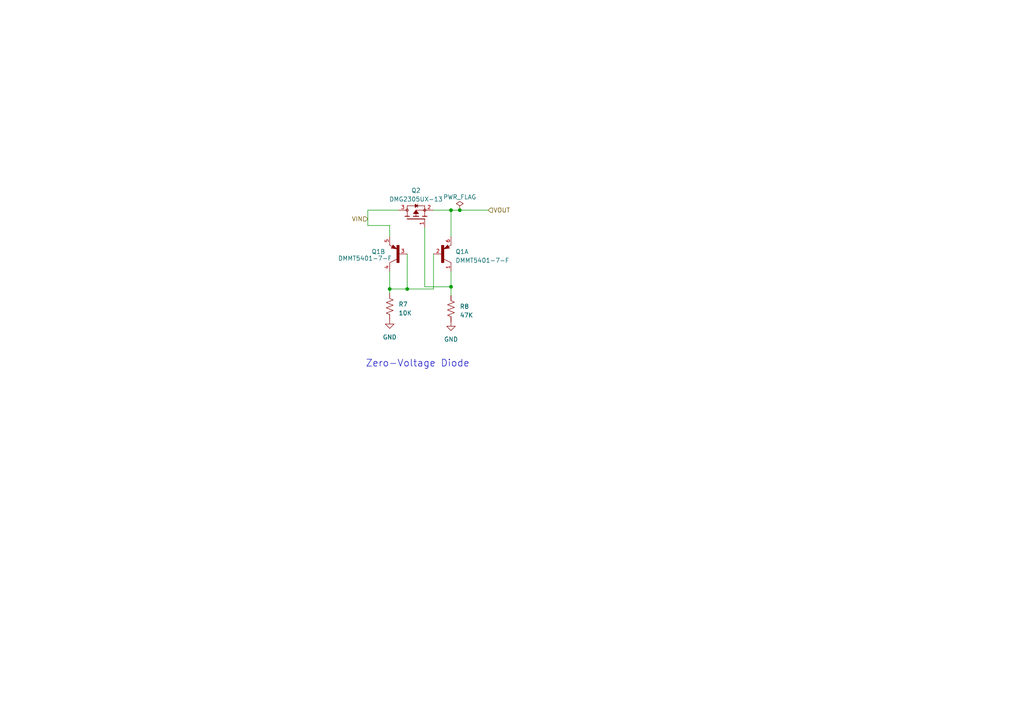
<source format=kicad_sch>
(kicad_sch (version 20230121) (generator eeschema)
  (paper "A4")
  (lib_symbols
    (symbol "DMG2305UX-13:DMG2305UX-13" (pin_names (offset 1.016))
      (property "Reference" "Q" (at -8.89 3.81 0))
      (property "Value" "DMG2305UX-13" (at -8.89 -6.35 0))
      (symbol "DMG2305UX-13_0_0"
        (polyline (pts (xy 0 -2.54) (xy 0 2.54)) (stroke (width 0.254)))
        (polyline (pts (xy 0.762 -3.175) (xy 0.762 -2.54)) (stroke (width 0.254)))
        (polyline (pts (xy 0.762 -2.54) (xy 0.762 -1.905)) (stroke (width 0.254)))
        (polyline (pts (xy 0.762 -2.54) (xy 2.54 -2.54)) (stroke (width 0.1524)))
        (polyline (pts (xy 0.762 -0.762) (xy 0.762 0)) (stroke (width 0.254)))
        (polyline (pts (xy 0.762 0) (xy 0.762 0.762)) (stroke (width 0.254)))
        (polyline (pts (xy 0.762 0) (xy 2.54 0)) (stroke (width 0.1524)))
        (polyline (pts (xy 0.762 1.905) (xy 0.762 2.54)) (stroke (width 0.254)))
        (polyline (pts (xy 0.762 2.54) (xy 0.762 3.175)) (stroke (width 0.254)))
        (polyline (pts (xy 2.54 -2.54) (xy 2.54 0)) (stroke (width 0.1524)))
        (polyline (pts (xy 2.54 -2.54) (xy 3.81 -2.54)) (stroke (width 0.1524)))
        (polyline (pts (xy 2.54 2.54) (xy 0.762 2.54)) (stroke (width 0.1524)))
        (polyline (pts (xy 2.54 2.54) (xy 3.81 2.54)) (stroke (width 0.1524)))
        (polyline (pts (xy 3.81 -0.508) (xy 3.302 -0.508)) (stroke (width 0.1524)))
        (polyline (pts (xy 3.81 -0.508) (xy 3.81 -2.54)) (stroke (width 0.1524)))
        (polyline (pts (xy 3.81 2.54) (xy 3.81 -0.508)) (stroke (width 0.1524)))
        (polyline (pts (xy 4.318 -0.508) (xy 3.81 -0.508)) (stroke (width 0.1524)))
        (polyline (pts (xy 2.54 0) (xy 1.524 0.762) (xy 1.524 -0.762) (xy 2.54 0)) (stroke (width 0.1524)) (fill (type outline)))
        (polyline (pts (xy 3.81 -0.508) (xy 3.302 0.254) (xy 4.318 0.254) (xy 3.81 -0.508)) (stroke (width 0.1524)) (fill (type outline)))
        (circle (center 2.54 -2.54) (radius 0.3592))
        (circle (center 2.54 2.54) (radius 0.3592))
        (pin passive line (at -2.54 -2.54 0) (length 2.54) (name "~") (number "1"))
        (pin passive line (at 2.54 -5.08 90) (length 2.54) (name "~") (number "2"))
        (pin passive line (at 2.54 5.08 270) (length 2.54) (name "~") (number "3"))
      )
    )
    (symbol "DMMT5401-7-F:DMMT5401-7-F" (pin_names (offset 1.016))
      (property "Reference" "Q" (at -10.1838 5.0979 0))
      (property "Value" "DMMT5401-7-F" (at -10.1947 -7.6027 0))
      (symbol "DMMT5401-7-F_1_0"
        (rectangle (start -0.2544 -2.5441) (end 0.508 2.54) (stroke (width 0.1)) (fill (type outline)))
        (polyline (pts (xy 0.516 1.478) (xy 2.086 1.678)) (stroke (width 0.1524)))
        (polyline (pts (xy 0.762 1.651) (xy 1.778 1.778)) (stroke (width 0.254)))
        (polyline (pts (xy 1.143 1.905) (xy 1.524 1.905)) (stroke (width 0.254)))
        (polyline (pts (xy 1.524 2.159) (xy 1.143 1.905)) (stroke (width 0.254)))
        (polyline (pts (xy 1.524 2.413) (xy 0.762 1.651)) (stroke (width 0.254)))
        (polyline (pts (xy 1.578 2.594) (xy 0.516 1.478)) (stroke (width 0.1524)))
        (polyline (pts (xy 1.778 1.778) (xy 1.524 2.159)) (stroke (width 0.254)))
        (polyline (pts (xy 1.905 1.778) (xy 1.524 2.413)) (stroke (width 0.254)))
        (polyline (pts (xy 2.086 1.678) (xy 1.578 2.594)) (stroke (width 0.1524)))
        (polyline (pts (xy 2.54 -2.54) (xy 0.508 -1.524)) (stroke (width 0.1524)))
        (polyline (pts (xy 2.54 2.54) (xy 1.808 2.124)) (stroke (width 0.1524)))
        (pin passive line (at 2.54 -5.08 90) (length 2.54) (name "~") (number "1"))
        (pin passive line (at -2.54 0 0) (length 2.54) (name "~") (number "2"))
        (pin passive line (at 2.54 5.08 270) (length 2.54) (name "~") (number "6"))
      )
      (symbol "DMMT5401-7-F_2_0"
        (rectangle (start -0.2544 -2.5441) (end 0.508 2.54) (stroke (width 0.1)) (fill (type outline)))
        (polyline (pts (xy 0.516 1.478) (xy 2.086 1.678)) (stroke (width 0.1524)))
        (polyline (pts (xy 0.762 1.651) (xy 1.778 1.778)) (stroke (width 0.254)))
        (polyline (pts (xy 1.143 1.905) (xy 1.524 1.905)) (stroke (width 0.254)))
        (polyline (pts (xy 1.524 2.159) (xy 1.143 1.905)) (stroke (width 0.254)))
        (polyline (pts (xy 1.524 2.413) (xy 0.762 1.651)) (stroke (width 0.254)))
        (polyline (pts (xy 1.578 2.594) (xy 0.516 1.478)) (stroke (width 0.1524)))
        (polyline (pts (xy 1.778 1.778) (xy 1.524 2.159)) (stroke (width 0.254)))
        (polyline (pts (xy 1.905 1.778) (xy 1.524 2.413)) (stroke (width 0.254)))
        (polyline (pts (xy 2.086 1.678) (xy 1.578 2.594)) (stroke (width 0.1524)))
        (polyline (pts (xy 2.54 -2.54) (xy 0.508 -1.524)) (stroke (width 0.1524)))
        (polyline (pts (xy 2.54 2.54) (xy 1.808 2.124)) (stroke (width 0.1524)))
        (pin passive line (at -2.54 0 0) (length 2.54) (name "~") (number "3"))
        (pin passive line (at 2.54 -5.08 90) (length 2.54) (name "~") (number "4"))
        (pin passive line (at 2.54 5.08 270) (length 2.54) (name "~") (number "5"))
      )
    )
    (symbol "Device:R_US" (pin_numbers hide) (pin_names (offset 0))
      (property "Reference" "R" (at 2.54 0 90))
      (property "Value" "R_US" (at -2.54 0 90))
      (symbol "R_US_0_1"
        (polyline (pts (xy 0 -2.286) (xy 0 -2.54)))
        (polyline (pts (xy 0 2.286) (xy 0 2.54)))
        (polyline (pts (xy 0 -0.762) (xy 1.016 -1.143) (xy 0 -1.524) (xy -1.016 -1.905) (xy 0 -2.286)))
        (polyline (pts (xy 0 0.762) (xy 1.016 0.381) (xy 0 0) (xy -1.016 -0.381) (xy 0 -0.762)))
        (polyline (pts (xy 0 2.286) (xy 1.016 1.905) (xy 0 1.524) (xy -1.016 1.143) (xy 0 0.762)))
      )
      (symbol "R_US_1_1"
        (pin passive line (at 0 3.81 270) (length 1.27) (name "~") (number "1"))
        (pin passive line (at 0 -3.81 90) (length 1.27) (name "~") (number "2"))
      )
    )
    (symbol "power:GND" (power) (pin_names (offset 0))
      (property "Value" "GND" (at 0 -3.81 0))
      (symbol "GND_0_1"
        (polyline (pts (xy 0 0) (xy 0 -1.27) (xy 1.27 -1.27) (xy 0 -2.54) (xy -1.27 -1.27) (xy 0 -1.27)))
      )
      (symbol "GND_1_1"
        (pin power_in line (at 0 0 270) (length 0) hide (name "GND") (number "1"))
      )
    )
    (symbol "power:PWR_FLAG" (power) (pin_numbers hide) (pin_names (offset 0) hide)
      (property "Value" "PWR_FLAG" (at 0 3.81 0))
      (symbol "PWR_FLAG_0_0"
        (pin power_out line (at 0 0 90) (length 0) (name "pwr") (number "1"))
      )
      (symbol "PWR_FLAG_0_1"
        (polyline (pts (xy 0 0) (xy 0 1.27) (xy -1.016 1.905) (xy 0 2.54) (xy 1.016 1.905) (xy 0 1.27)))
      )
    )
  )
  (junction (at 130.81 83.185))
  (junction (at 133.35 60.96))
  (junction (at 118.11 83.82))
  (junction (at 113.03 83.82))
  (junction (at 130.81 60.96))
  (wire (pts (xy 125.73 60.96) (xy 130.81 60.96)))
  (wire (pts (xy 106.68 65.405) (xy 106.68 60.96)))
  (wire (pts (xy 130.81 60.96) (xy 133.35 60.96)))
  (wire (pts (xy 133.35 60.96) (xy 141.605 60.96)))
  (wire (pts (xy 123.19 83.185) (xy 130.81 83.185)))
  (wire (pts (xy 125.73 73.66) (xy 125.73 83.82)))
  (wire (pts (xy 106.68 60.96) (xy 115.57 60.96)))
  (wire (pts (xy 118.11 73.66) (xy 118.11 83.82)))
  (wire (pts (xy 113.03 78.74) (xy 113.03 83.82)))
  (wire (pts (xy 125.73 83.82) (xy 118.11 83.82)))
  (wire (pts (xy 106.68 65.405) (xy 113.03 65.405)))
  (wire (pts (xy 123.19 66.04) (xy 123.19 83.185)))
  (wire (pts (xy 130.81 78.74) (xy 130.81 83.185)))
  (wire (pts (xy 113.03 83.82) (xy 113.03 85.09)))
  (wire (pts (xy 130.81 83.185) (xy 130.81 85.725)))
  (wire (pts (xy 118.11 83.82) (xy 113.03 83.82)))
  (wire (pts (xy 130.81 60.96) (xy 130.81 68.58)))
  (wire (pts (xy 113.03 65.405) (xy 113.03 68.58)))
  (text "Zero-Voltage Diode\n" (at 106.045 106.68 0) (effects (font (size 2 2)) (justify left bottom)))
  (hierarchical_label "VIN" (shape input) (at 106.68 63.5 180))
  (hierarchical_label "VOUT" (shape input) (at 141.605 60.96 0))
  (symbol (lib_id "power:PWR_FLAG") (at 133.35 60.96 0) (unit 1)
    (property "Reference" "#FLG05" (effects hide))
    (property "Value" "PWR_FLAG" (at 133.35 57.15 0))
  )
  (symbol (lib_id "DMG2305UX-13:DMG2305UX-13") (at 120.65 63.5 90) (unit 1)
    (property "Reference" "Q2" (at 120.65 55.245 90))
    (property "Value" "DMG2305UX-13" (at 120.65 57.785 90))
    (property "Footprint" "2.12_Mobile_Robot:SOT91P240X110-3N" (effects hide))
    (property "Datasheet" "https://datasheet.lcsc.com/lcsc/2304140030_Diodes-Incorporated-DMG2305UX-13_C144153.pdf" (effects hide))
    (property "PARTREV" "09/2018" (effects hide))
    (property "STANDARD" "IPC-7351B" (effects hide))
    (property "MAXIMUM_PACKAGE_HEIGHT" "1.1mm" (effects hide))
    (property "MANUFACTURER" "Diodes Inc." (effects hide))
    (property "MPN" "C144153" (effects hide))
  )
  (symbol (lib_id "Device:R_US") (at 113.03 88.9 0) (unit 1)
    (property "Reference" "R7" (at 115.57 88.265 0) (effects (justify left)))
    (property "Value" "10K" (at 115.57 90.805 0) (effects (justify left)))
    (property "Footprint" "Resistor_SMD:R_0603_1608Metric" (effects hide))
    (property "Datasheet" "https://datasheet.lcsc.com/lcsc/2304140030_YAGEO-RC0402FR-0710KL_C60490.pdf" (effects hide))
    (property "MPN" "C22548" (effects hide))
    (instances (project "Segway" (path "" (reference "R7") (unit 1))) (project "2.12 Mobile Robot" (path "" (reference "R33") (unit 1))) (project "Segway V7" (path "" (reference "R_ZVD_1") (unit 1))))
  )
  (symbol (lib_id "power:GND") (at 113.03 92.71 0) (unit 1)
    (property "Reference" "#PWR016" (effects hide))
    (property "Value" "GND" (at 113.03 97.79 0))
    (instances (project "Segway" (path "" (reference "#PWR016") (unit 1))) (project "2.12 Mobile Robot" (path "" (reference "#PWR060") (unit 1))) (project "Segway V7" (path "" (reference "#PWR046") (unit 1))))
  )
  (symbol (lib_id "power:GND") (at 130.81 93.345 0) (unit 1)
    (property "Reference" "#PWR019" (effects hide))
    (property "Value" "GND" (at 130.81 98.425 0))
    (instances (project "Segway" (path "" (reference "#PWR019") (unit 1))) (project "2.12 Mobile Robot" (path "" (reference "#PWR061") (unit 1))) (project "Segway V7" (path "" (reference "#PWR047") (unit 1))))
  )
  (symbol (lib_id "DMMT5401-7-F:DMMT5401-7-F") (at 115.57 73.66 0) (mirror y) (unit 2)
    (property "Reference" "Q1" (at 111.76 72.998 0) (effects (justify left)))
    (property "Value" "DMMT5401-7-F" (at 113.665 74.93 0) (effects (justify left)))
    (property "Footprint" "2.12_Mobile_Robot:SOT95P285X140-6N" (effects hide))
    (property "Datasheet" "https://datasheet.lcsc.com/lcsc/1810261910_Diodes-Incorporated-DMMT5401-7-F_C154733.pdf" (effects hide))
    (property "PARTREV" "8" (effects hide))
    (property "STANDARD" "IPC7351B" (effects hide))
    (property "MANUFACTURER" "Diodes Inc." (effects hide))
    (property "MPN" "C154733" (effects hide))
  )
  (symbol (lib_id "DMMT5401-7-F:DMMT5401-7-F") (at 128.27 73.66 0) (unit 1)
    (property "Reference" "Q1" (at 132.08 72.998 0) (effects (justify left)))
    (property "Value" "DMMT5401-7-F" (at 132.08 75.538 0) (effects (justify left)))
    (property "Footprint" "2.12_Mobile_Robot:SOT95P285X140-6N" (effects hide))
    (property "Datasheet" "https://datasheet.lcsc.com/lcsc/1810261910_Diodes-Incorporated-DMMT5401-7-F_C154733.pdf" (effects hide))
    (property "PARTREV" "8" (effects hide))
    (property "STANDARD" "IPC7351B" (effects hide))
    (property "MANUFACTURER" "Diodes Inc." (effects hide))
    (property "MPN" "C154733" (effects hide))
  )
  (symbol (lib_id "Device:R_US") (at 130.81 89.535 0) (unit 1)
    (property "Reference" "R8" (at 133.35 88.9 0) (effects (justify left)))
    (property "Value" "47K" (at 133.35 91.44 0) (effects (justify left)))
    (property "Footprint" "Resistor_SMD:R_0603_1608Metric" (effects hide))
    (property "MPN" "C25792" (effects hide))
    (instances (project "Segway" (path "" (reference "R8") (unit 1))) (project "2.12 Mobile Robot" (path "" (reference "R34") (unit 1))) (project "Segway V7" (path "" (reference "R_ZVD_2") (unit 1))))
  )
)
</source>
